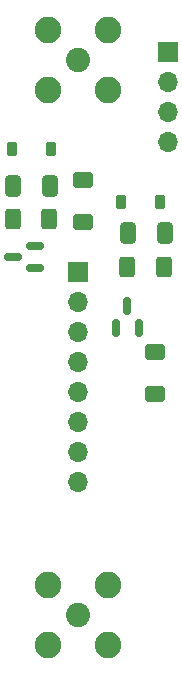
<source format=gbr>
%TF.GenerationSoftware,KiCad,Pcbnew,7.0.5*%
%TF.CreationDate,2023-06-30T17:27:13-05:00*%
%TF.ProjectId,Single.Channel.Amp,53696e67-6c65-42e4-9368-616e6e656c2e,rev?*%
%TF.SameCoordinates,Original*%
%TF.FileFunction,Soldermask,Bot*%
%TF.FilePolarity,Negative*%
%FSLAX46Y46*%
G04 Gerber Fmt 4.6, Leading zero omitted, Abs format (unit mm)*
G04 Created by KiCad (PCBNEW 7.0.5) date 2023-06-30 17:27:13*
%MOMM*%
%LPD*%
G01*
G04 APERTURE LIST*
G04 Aperture macros list*
%AMRoundRect*
0 Rectangle with rounded corners*
0 $1 Rounding radius*
0 $2 $3 $4 $5 $6 $7 $8 $9 X,Y pos of 4 corners*
0 Add a 4 corners polygon primitive as box body*
4,1,4,$2,$3,$4,$5,$6,$7,$8,$9,$2,$3,0*
0 Add four circle primitives for the rounded corners*
1,1,$1+$1,$2,$3*
1,1,$1+$1,$4,$5*
1,1,$1+$1,$6,$7*
1,1,$1+$1,$8,$9*
0 Add four rect primitives between the rounded corners*
20,1,$1+$1,$2,$3,$4,$5,0*
20,1,$1+$1,$4,$5,$6,$7,0*
20,1,$1+$1,$6,$7,$8,$9,0*
20,1,$1+$1,$8,$9,$2,$3,0*%
G04 Aperture macros list end*
%ADD10R,1.700000X1.700000*%
%ADD11O,1.700000X1.700000*%
%ADD12C,2.050000*%
%ADD13C,2.250000*%
%ADD14RoundRect,0.150000X0.150000X-0.587500X0.150000X0.587500X-0.150000X0.587500X-0.150000X-0.587500X0*%
%ADD15RoundRect,0.225000X-0.225000X-0.375000X0.225000X-0.375000X0.225000X0.375000X-0.225000X0.375000X0*%
%ADD16RoundRect,0.250000X0.600000X-0.400000X0.600000X0.400000X-0.600000X0.400000X-0.600000X-0.400000X0*%
%ADD17RoundRect,0.150000X0.587500X0.150000X-0.587500X0.150000X-0.587500X-0.150000X0.587500X-0.150000X0*%
%ADD18RoundRect,0.250000X-0.400000X-0.625000X0.400000X-0.625000X0.400000X0.625000X-0.400000X0.625000X0*%
%ADD19RoundRect,0.225000X0.225000X0.375000X-0.225000X0.375000X-0.225000X-0.375000X0.225000X-0.375000X0*%
%ADD20RoundRect,0.250000X0.412500X0.650000X-0.412500X0.650000X-0.412500X-0.650000X0.412500X-0.650000X0*%
G04 APERTURE END LIST*
D10*
%TO.C,J3*%
X72620000Y-19370000D03*
D11*
X72620000Y-21910000D03*
X72620000Y-24450000D03*
X72620000Y-26990000D03*
%TD*%
D12*
%TO.C,J4*%
X65000000Y-67000000D03*
D13*
X62460000Y-64460000D03*
X62460000Y-69540000D03*
X67540000Y-64460000D03*
X67540000Y-69540000D03*
%TD*%
D12*
%TO.C,J5*%
X65000000Y-20000000D03*
D13*
X62460000Y-17460000D03*
X62460000Y-22540000D03*
X67540000Y-17460000D03*
X67540000Y-22540000D03*
%TD*%
D10*
%TO.C,J2*%
X65000000Y-38000000D03*
D11*
X65000000Y-40540000D03*
X65000000Y-43080000D03*
X65000000Y-45620000D03*
X65000000Y-48160000D03*
X65000000Y-50700000D03*
X65000000Y-53240000D03*
X65000000Y-55780000D03*
%TD*%
D14*
%TO.C,Q2*%
X70130000Y-42750000D03*
X68230000Y-42750000D03*
X69180000Y-40875000D03*
%TD*%
D15*
%TO.C,D1*%
X59450000Y-27595000D03*
X62750000Y-27595000D03*
%TD*%
D16*
%TO.C,D3*%
X65395000Y-33725000D03*
X65395000Y-30225000D03*
%TD*%
D17*
%TO.C,Q1*%
X61382500Y-35745000D03*
X61382500Y-37645000D03*
X59507500Y-36695000D03*
%TD*%
D18*
%TO.C,R2*%
X69175000Y-37605000D03*
X72275000Y-37605000D03*
%TD*%
%TO.C,R1*%
X59480000Y-33470000D03*
X62580000Y-33470000D03*
%TD*%
D16*
%TO.C,D4*%
X71505000Y-48300000D03*
X71505000Y-44800000D03*
%TD*%
D19*
%TO.C,D2*%
X71945000Y-32030000D03*
X68645000Y-32030000D03*
%TD*%
D20*
%TO.C,C1*%
X62610000Y-30675000D03*
X59485000Y-30675000D03*
%TD*%
%TO.C,C2*%
X72390000Y-34710000D03*
X69265000Y-34710000D03*
%TD*%
M02*

</source>
